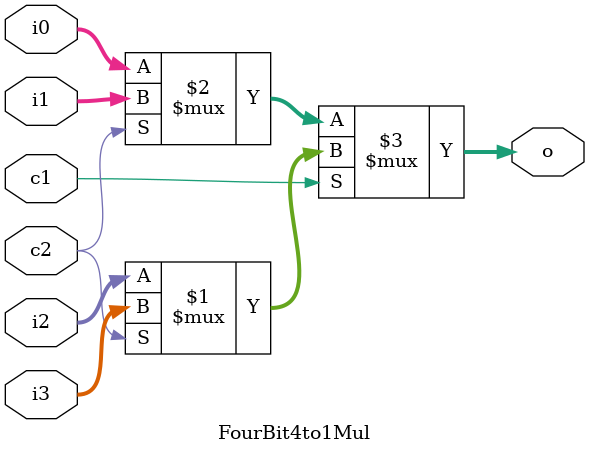
<source format=sv>
`timescale 1ns / 1ps


module FourBit4to1Mul(input logic [3:0] i0, i1, i2, i3,
                      input logic c1, c2,
                      output logic[3:0] o);
                         
assign o = c1  ? (c2 ? i3 : i2)
               : (c2 ? i1 : i0);
                
endmodule

</source>
